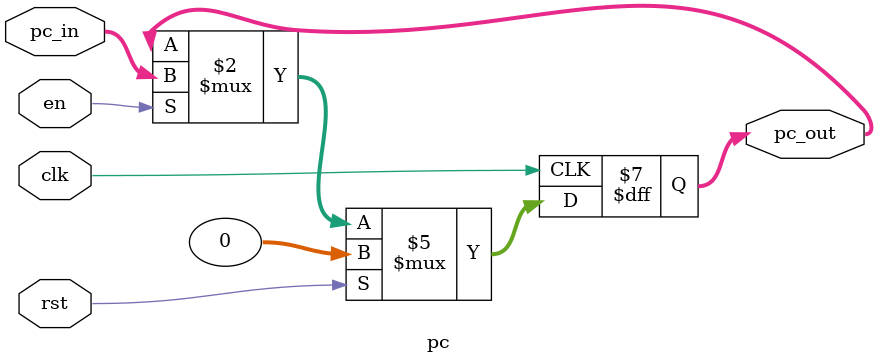
<source format=sv>

module pc 
(
    input  logic        clk,
    input  logic        rst,
    input  logic        en,
    input  logic [31:0] pc_in,
    output logic [31:0] pc_out
);

    always_ff @(posedge clk)
    begin
        if(rst)
        begin
            pc_out <= 0;
        end
        else if(en)
        begin
            pc_out <= pc_in;
        end
    end

endmodule

</source>
